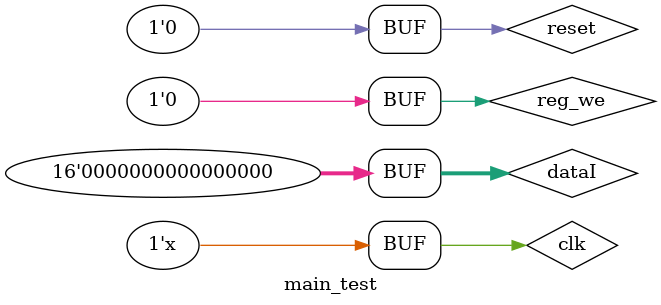
<source format=v>
`timescale 1ns / 1ps

module main_test();
    // variable declaration
	//Regs
	reg clk;
	reg reset;
	reg reg_we = 0;
	reg [15:0] dataI = 0;
	//wire
	wire [2:0] selA;
	wire [2:0] selB;
	wire [2:0] selD;
	wire [15:0] dataA;
    wire [15:0] dataB;
    wire [15:0] dataD;
    wire [4:0] aluop;
	wire [7:0] imm;
	wire [15:0] dataO;
	wire [1:0] opcode;
    wire [15:0] pcO;

	wire shldBranch;
	wire enfetch;
	wire enalu;
	wire endec;
	wire enmem;
	wire enrgrd;
	wire enrgwr;
	wire regwe;
	wire update;
	
	//Assignments;
	assign enrgwr = regwe & update;
	assign opcode = (reset) ? 2'b11 : ((shldBranch) ? 2'b10 : ((enmem) ? 2'b01 : 2'b00));
	
	//instatiation
reg_file main_reg(
    // Inputs
	clk,
	enrgrd,
	enrgwr,
	selA,
	selB,
	selD,
	dataD,
	// Outputs
	dataA,
	dataB
);

inst_dec main_inst(
     // Inputs
	 clk,
	 endec,
	 dataO,
	 // outputs
	 aluop,
	 selA,
	 selB,
	 selD,
	 imm,
	 regwe
);

alu main_alu(
    // Inputs
	clk,
	enalu,
	aluop,
	dataA,
	dataB,
	imm,
	// Outputs
	dataD,
	shldBranch
);
	
ctrl_unit main_ctrl(
     // Inputs
	 clk,
	 reset,
	 // Outputs
	 enfetch,
	 endec,
	 enrgrd,
	 enalu,
	 update,
	 enmem
);

pc_unit pc_main(
    // Inputs
	clk,
	opcode,
	dataD,
	// Outputs
	pcO
);

fake_ram main_ram (
     // Inputs
	 clk,
	 reg_we,
	 pcO,
	 dataI,
    // Outputs
	dataO
);
	
    initial begin
	
         clk = 0;
        reset = 1;
        #20
        reset = 0;
		
	end 
	
	//Clock generation
	always begin
	   #5;
	   clk = ~clk;
	end
	 
	
endmodule
	
	
	
    
	

</source>
